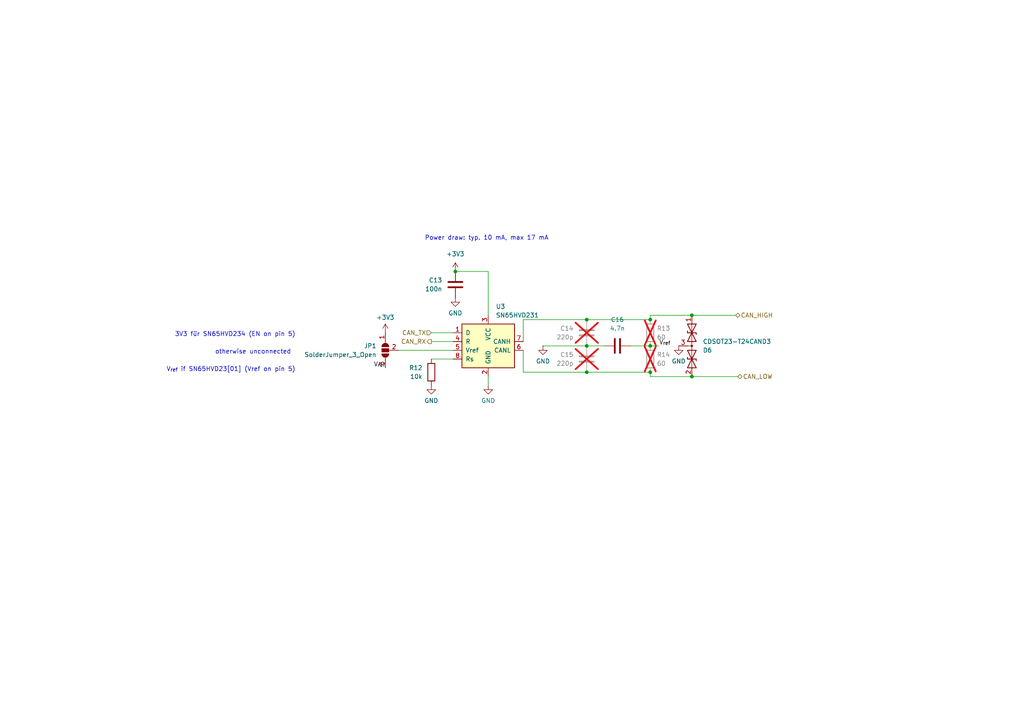
<source format=kicad_sch>
(kicad_sch (version 20231120) (generator "eeschema") (generator_version "8.0")
  (paper "A4")
  (lib_symbols
    (symbol "Device:C" (pin_numbers hide) (pin_names (offset 0.254))
      (property "Reference" "C" (at 0.635 2.54 0))
      (property "Value" "C" (at 0.635 -2.54 0))
      (symbol "C_0_1"
        (polyline (pts (xy -2.032 -0.762) (xy 2.032 -0.762)) (stroke (width 0.508)))
        (polyline (pts (xy -2.032 0.762) (xy 2.032 0.762)) (stroke (width 0.508)))
      )
      (symbol "C_1_1"
        (pin passive line (at 0 3.81 270) (length 2.794) (name "~") (number "1"))
        (pin passive line (at 0 -3.81 90) (length 2.794) (name "~") (number "2"))
      )
    )
    (symbol "Device:D_TVS_Dual_AAC" (pin_names (offset 1.016) hide)
      (property "Reference" "D" (at 0 4.445 0))
      (property "Value" "D_TVS_Dual_AAC" (at 0 2.54 0))
      (symbol "D_TVS_Dual_AAC_0_0"
        (polyline (pts (xy 0 -1.27) (xy 0 0)))
      )
      (symbol "D_TVS_Dual_AAC_0_1"
        (polyline (pts (xy -6.35 0) (xy 6.35 0)))
        (polyline (pts (xy -3.302 1.27) (xy -3.81 1.27) (xy -3.81 -1.27) (xy -4.318 -1.27)) (stroke (width 0.254)))
        (polyline (pts (xy 4.318 1.27) (xy 3.81 1.27) (xy 3.81 -1.27) (xy 3.302 -1.27)) (stroke (width 0.254)))
        (polyline (pts (xy -6.35 1.27) (xy -1.27 -1.27) (xy -1.27 1.27) (xy -6.35 -1.27) (xy -6.35 1.27)) (stroke (width 0.254)))
        (polyline (pts (xy 6.35 1.27) (xy 1.27 -1.27) (xy 1.27 1.27) (xy 6.35 -1.27) (xy 6.35 1.27)) (stroke (width 0.254)))
        (circle (center 0 0) (radius 0.254) (fill (type outline)))
      )
      (symbol "D_TVS_Dual_AAC_1_1"
        (pin passive line (at -8.89 0 0) (length 2.54) (name "A1") (number "1"))
        (pin passive line (at 8.89 0 180) (length 2.54) (name "A2") (number "2"))
        (pin passive line (at 0 -3.81 90) (length 2.54) (name "common") (number "3"))
      )
    )
    (symbol "Device:R" (pin_numbers hide) (pin_names (offset 0))
      (property "Reference" "R" (at 2.032 0 90))
      (property "Value" "R" (at 0 0 90))
      (symbol "R_0_1"
        (rectangle (start -1.016 -2.54) (end 1.016 2.54) (stroke (width 0.254)))
      )
      (symbol "R_1_1"
        (pin passive line (at 0 3.81 270) (length 1.27) (name "~") (number "1"))
        (pin passive line (at 0 -3.81 90) (length 1.27) (name "~") (number "2"))
      )
    )
    (symbol "Interface_CAN_LIN:SN65HVD231" (pin_names (offset 1.016))
      (property "Reference" "U" (at -2.54 10.16 0))
      (property "Value" "SN65HVD231" (at -2.54 7.62 0))
      (symbol "SN65HVD231_0_1"
        (rectangle (start -7.62 5.08) (end 7.62 -7.62) (stroke (width 0.254)) (fill (type background)))
      )
      (symbol "SN65HVD231_1_1"
        (pin input line (at -10.16 2.54 0) (length 2.54) (name "D") (number "1"))
        (pin power_in line (at 0 -10.16 90) (length 2.54) (name "GND") (number "2"))
        (pin power_in line (at 0 7.62 270) (length 2.54) (name "VCC") (number "3"))
        (pin output line (at -10.16 0 0) (length 2.54) (name "R") (number "4"))
        (pin output line (at -10.16 -2.54 0) (length 2.54) (name "Vref") (number "5"))
        (pin bidirectional line (at 10.16 -2.54 180) (length 2.54) (name "CANL") (number "6"))
        (pin bidirectional line (at 10.16 0 180) (length 2.54) (name "CANH") (number "7"))
        (pin input line (at -10.16 -5.08 0) (length 2.54) (name "Rs") (number "8"))
      )
    )
    (symbol "Jumper:SolderJumper_3_Open" (pin_names (offset 0) hide)
      (property "Reference" "JP" (at -2.54 -2.54 0))
      (property "Value" "SolderJumper_3_Open" (at 0 2.794 0))
      (symbol "SolderJumper_3_Open_0_1"
        (arc (start -1.016 1.016) (mid -2.0276 0) (end -1.016 -1.016))
        (arc (start -1.016 1.016) (mid -2.0276 0) (end -1.016 -1.016) (fill (type outline)))
        (rectangle (start -0.508 1.016) (end 0.508 -1.016) (fill (type outline)))
        (polyline (pts (xy -2.54 0) (xy -2.032 0)))
        (polyline (pts (xy -1.016 1.016) (xy -1.016 -1.016)))
        (polyline (pts (xy 0 -1.27) (xy 0 -1.016)))
        (polyline (pts (xy 1.016 1.016) (xy 1.016 -1.016)))
        (polyline (pts (xy 2.54 0) (xy 2.032 0)))
        (arc (start 1.016 -1.016) (mid 2.0276 0) (end 1.016 1.016))
        (arc (start 1.016 -1.016) (mid 2.0276 0) (end 1.016 1.016) (fill (type outline)))
      )
      (symbol "SolderJumper_3_Open_1_1"
        (pin passive line (at -5.08 0 0) (length 2.54) (name "A") (number "1"))
        (pin passive line (at 0 -3.81 90) (length 2.54) (name "C") (number "2"))
        (pin passive line (at 5.08 0 180) (length 2.54) (name "B") (number "3"))
      )
    )
    (symbol "power:+3V3" (power) (pin_numbers hide) (pin_names (offset 0) hide)
      (property "Value" "+3V3" (at 0 3.556 0))
      (symbol "+3V3_0_1"
        (polyline (pts (xy -0.762 1.27) (xy 0 2.54)))
        (polyline (pts (xy 0 0) (xy 0 2.54)))
        (polyline (pts (xy 0 2.54) (xy 0.762 1.27)))
      )
      (symbol "+3V3_1_1"
        (pin power_in line (at 0 0 90) (length 0) (name "~") (number "1"))
      )
    )
    (symbol "power:GND" (power) (pin_numbers hide) (pin_names (offset 0) hide)
      (property "Value" "GND" (at 0 -3.81 0))
      (symbol "GND_0_1"
        (polyline (pts (xy 0 0) (xy 0 -1.27) (xy 1.27 -1.27) (xy 0 -2.54) (xy -1.27 -1.27) (xy 0 -1.27)))
      )
      (symbol "GND_1_1"
        (pin power_in line (at 0 0 270) (length 0) (name "~") (number "1"))
      )
    )
  )
  (junction (at 132.08 78.74))
  (junction (at 170.18 100.33))
  (junction (at 188.595 100.33))
  (junction (at 170.18 92.71))
  (junction (at 200.66 109.22))
  (junction (at 188.595 92.71))
  (junction (at 170.18 107.95))
  (junction (at 200.66 91.44))
  (junction (at 188.595 107.95))
  (wire (pts (xy 213.36 91.44) (xy 200.66 91.44)))
  (wire (pts (xy 125.095 104.14) (xy 131.445 104.14)))
  (wire (pts (xy 141.605 111.76) (xy 141.605 109.22)))
  (wire (pts (xy 200.66 91.44) (xy 188.595 91.44)))
  (wire (pts (xy 151.765 99.06) (xy 151.765 92.71)))
  (wire (pts (xy 170.18 107.95) (xy 188.595 107.95)))
  (wire (pts (xy 151.765 101.6) (xy 151.765 107.95)))
  (wire (pts (xy 188.595 109.22) (xy 188.595 107.95)))
  (wire (pts (xy 125.095 99.06) (xy 131.445 99.06)))
  (wire (pts (xy 141.605 78.74) (xy 141.605 91.44)))
  (wire (pts (xy 125.095 96.52) (xy 131.445 96.52)))
  (wire (pts (xy 191.135 100.33) (xy 188.595 100.33)))
  (wire (pts (xy 213.995 109.22) (xy 200.66 109.22)))
  (wire (pts (xy 200.66 109.22) (xy 188.595 109.22)))
  (wire (pts (xy 151.765 107.95) (xy 170.18 107.95)))
  (wire (pts (xy 151.765 92.71) (xy 170.18 92.71)))
  (wire (pts (xy 170.18 100.33) (xy 157.48 100.33)))
  (wire (pts (xy 131.445 101.6) (xy 115.57 101.6)))
  (wire (pts (xy 175.26 100.33) (xy 170.18 100.33)))
  (wire (pts (xy 188.595 91.44) (xy 188.595 92.71)))
  (wire (pts (xy 141.605 78.74) (xy 132.08 78.74)))
  (wire (pts (xy 188.595 100.33) (xy 182.88 100.33)))
  (wire (pts (xy 188.595 92.71) (xy 170.18 92.71)))
  (text "3V3 für SN65HVD234 (EN on pin 5)" (at 85.725 97.79 0) (effects (font (size 1.27 1.27)) (justify right bottom)))
  (text "Power draw: typ. 10 mA, max 17 mA" (at 123.19 69.85 0) (effects (font (size 1.27 1.27)) (justify left bottom)))
  (text "V_{ref} if SN65HVD23[01] (Vref on pin 5)" (at 85.725 107.95 0) (effects (font (size 1.27 1.27)) (justify right bottom)))
  (text "otherwise unconnected" (at 84.455 102.87 0) (effects (font (size 1.27 1.27)) (justify right bottom)))
  (label "V_{ref}" (at 191.135 100.33 0))
  (label "V_{ref}" (at 111.76 106.68 180))
  (hierarchical_label "CAN_RX" (shape output) (at 125.095 99.06 180))
  (hierarchical_label "CAN_HIGH" (shape bidirectional) (at 213.36 91.44 0))
  (hierarchical_label "CAN_LOW" (shape bidirectional) (at 213.995 109.22 0))
  (hierarchical_label "CAN_TX" (shape input) (at 125.095 96.52 180))
  (symbol (lib_id "power:GND") (at 141.605 111.76 0) (unit 1)
    (property "Reference" "#PWR029" (effects (hide yes)))
    (property "Value" "GND" (at 141.605 116.205 0))
    (property "Description" "Power symbol creates a global label with name \"GND\" , ground" (effects (hide yes)))
  )
  (symbol (lib_id "power:GND") (at 157.48 100.33 0) (unit 1)
    (property "Reference" "#PWR030" (effects (hide yes)))
    (property "Value" "GND" (at 157.48 104.775 0))
    (property "Description" "Power symbol creates a global label with name \"GND\" , ground" (effects (hide yes)))
  )
  (symbol (lib_id "power:GND") (at 132.08 86.36 0) (unit 1)
    (property "Reference" "#PWR028" (effects (hide yes)))
    (property "Value" "GND" (at 132.08 90.805 0))
    (property "Description" "Power symbol creates a global label with name \"GND\" , ground" (effects (hide yes)))
  )
  (symbol (lib_id "Device:C") (at 132.08 82.55 0) (mirror y) (unit 1)
    (property "Reference" "C13" (at 128.27 81.2799 0) (effects (justify left)))
    (property "Value" "100n" (at 128.27 83.8199 0) (effects (justify left)))
    (property "Footprint" "Capacitor_SMD:C_0603_1608Metric" (effects (hide yes)))
    (property "Description" "Unpolarized capacitor" (effects (hide yes)))
    (instances (project "MVBMS_FT24" (path "" (reference "C13") (unit 1))) (project "Master_FT22" (path "" (reference "C801") (unit 1))))
  )
  (symbol (lib_id "Interface_CAN_LIN:SN65HVD231") (at 141.605 99.06 0) (unit 1)
    (property "Reference" "U3" (at 143.7991 88.9 0) (effects (justify left)))
    (property "Value" "SN65HVD231" (at 143.7991 91.44 0) (effects (justify left)))
    (property "Footprint" "Package_SO:SOIC-8_3.9x4.9mm_P1.27mm" (effects (hide yes)))
    (property "Datasheet" "http://www.ti.com/lit/ds/symlink/sn65hvd230.pdf" (effects (hide yes)))
    (property "Description" "CAN Bus Transceivers, 3.3V, 1Mbps,Ultra Low-Power capabilities, SOIC-8" (effects (hide yes)))
  )
  (symbol (lib_id "power:GND") (at 196.85 100.33 0) (unit 1)
    (property "Reference" "#PWR031" (effects (hide yes)))
    (property "Value" "GND" (at 196.85 104.775 0))
    (property "Description" "Power symbol creates a global label with name \"GND\" , ground" (effects (hide yes)))
  )
  (symbol (lib_id "Device:R") (at 188.595 96.52 0) (mirror y) (unit 1) (dnp yes)
    (property "Reference" "R13" (at 190.5 95.25 0) (effects (justify right)))
    (property "Value" "60" (at 190.5 97.79 0) (effects (justify right)))
    (property "Footprint" "Resistor_SMD:R_0603_1608Metric" (effects (hide yes)))
    (property "Description" "Resistor" (effects (hide yes)))
  )
  (symbol (lib_id "Device:R") (at 188.595 104.14 0) (mirror y) (unit 1) (dnp yes)
    (property "Reference" "R14" (at 190.5 102.87 0) (effects (justify right)))
    (property "Value" "60" (at 190.5 105.41 0) (effects (justify right)))
    (property "Footprint" "Resistor_SMD:R_0603_1608Metric" (effects (hide yes)))
    (property "Description" "Resistor" (effects (hide yes)))
  )
  (symbol (lib_id "power:+3V3") (at 132.08 78.74 0) (unit 1)
    (property "Reference" "#PWR027" (effects (hide yes)))
    (property "Value" "+3V3" (at 132.08 73.66 0))
    (property "Description" "Power symbol creates a global label with name \"+3V3\"" (effects (hide yes)))
  )
  (symbol (lib_id "Device:D_TVS_Dual_AAC") (at 200.66 100.33 270) (unit 1)
    (property "Reference" "D6" (at 203.835 101.6 90) (effects (justify left)))
    (property "Value" "CDSOT23-T24CAND3" (at 203.835 99.06 90) (effects (justify left)))
    (property "Footprint" "Package_TO_SOT_SMD:SOT-23-3" (effects (hide yes)))
    (property "Description" "Bidirectional dual transient-voltage-suppression diode, center on pin 3" (effects (hide yes)))
    (instances (project "MVBMS_FT24" (path "" (reference "D6") (unit 1))) (project "Master_FT24" (path "" (reference "D801") (unit 1))))
  )
  (symbol (lib_id "power:+3V3") (at 111.76 96.52 0) (mirror y) (unit 1)
    (property "Reference" "#PWR025" (effects (hide yes)))
    (property "Value" "+3V3" (at 111.76 92.075 0))
    (property "Description" "Power symbol creates a global label with name \"+3V3\"" (effects (hide yes)))
  )
  (symbol (lib_id "Device:C") (at 170.18 96.52 0) (mirror y) (unit 1) (dnp yes)
    (property "Reference" "C14" (at 166.37 95.25 0) (effects (justify left)))
    (property "Value" "220p" (at 166.37 97.79 0) (effects (justify left)))
    (property "Footprint" "Capacitor_SMD:C_0603_1608Metric" (effects (hide yes)))
    (property "Description" "Unpolarized capacitor" (effects (hide yes)))
    (instances (project "MVBMS_FT24" (path "" (reference "C14") (unit 1))) (project "Master_FT22" (path "" (reference "C801") (unit 1))))
  )
  (symbol (lib_id "Device:C") (at 170.18 104.14 0) (mirror y) (unit 1) (dnp yes)
    (property "Reference" "C15" (at 166.37 102.87 0) (effects (justify left)))
    (property "Value" "220p" (at 166.37 105.41 0) (effects (justify left)))
    (property "Footprint" "Capacitor_SMD:C_0603_1608Metric" (effects (hide yes)))
    (property "Description" "Unpolarized capacitor" (effects (hide yes)))
    (instances (project "MVBMS_FT24" (path "" (reference "C15") (unit 1))) (project "Master_FT22" (path "" (reference "C801") (unit 1))))
  )
  (symbol (lib_id "Device:R") (at 125.095 107.95 0) (mirror y) (unit 1)
    (property "Reference" "R12" (at 122.555 106.68 0) (effects (justify left)))
    (property "Value" "10k" (at 122.555 109.22 0) (effects (justify left)))
    (property "Footprint" "Resistor_SMD:R_0603_1608Metric" (effects (hide yes)))
    (property "Description" "Resistor" (effects (hide yes)))
  )
  (symbol (lib_id "power:GND") (at 125.095 111.76 0) (unit 1)
    (property "Reference" "#PWR026" (effects (hide yes)))
    (property "Value" "GND" (at 125.095 116.205 0))
    (property "Description" "Power symbol creates a global label with name \"GND\" , ground" (effects (hide yes)))
  )
  (symbol (lib_id "Jumper:SolderJumper_3_Open") (at 111.76 101.6 90) (mirror x) (unit 1)
    (property "Reference" "JP1" (at 109.22 100.33 90) (effects (justify left)))
    (property "Value" "SolderJumper_3_Open" (at 109.22 102.87 90) (effects (justify left)))
    (property "Footprint" "Jumper:SolderJumper-3_P1.3mm_Open_RoundedPad1.0x1.5mm_NumberLabels" (effects (hide yes)))
    (property "Description" "Solder Jumper, 3-pole, open" (effects (hide yes)))
  )
  (symbol (lib_id "Device:C") (at 179.07 100.33 270) (mirror x) (unit 1)
    (property "Reference" "C16" (at 179.07 92.71 90))
    (property "Value" "4.7n" (at 179.07 95.25 90))
    (property "Footprint" "Capacitor_SMD:C_0603_1608Metric" (effects (hide yes)))
    (property "Description" "Unpolarized capacitor" (effects (hide yes)))
    (instances (project "MVBMS_FT24" (path "" (reference "C16") (unit 1))) (project "Master_FT22" (path "" (reference "C801") (unit 1))))
  )
)
</source>
